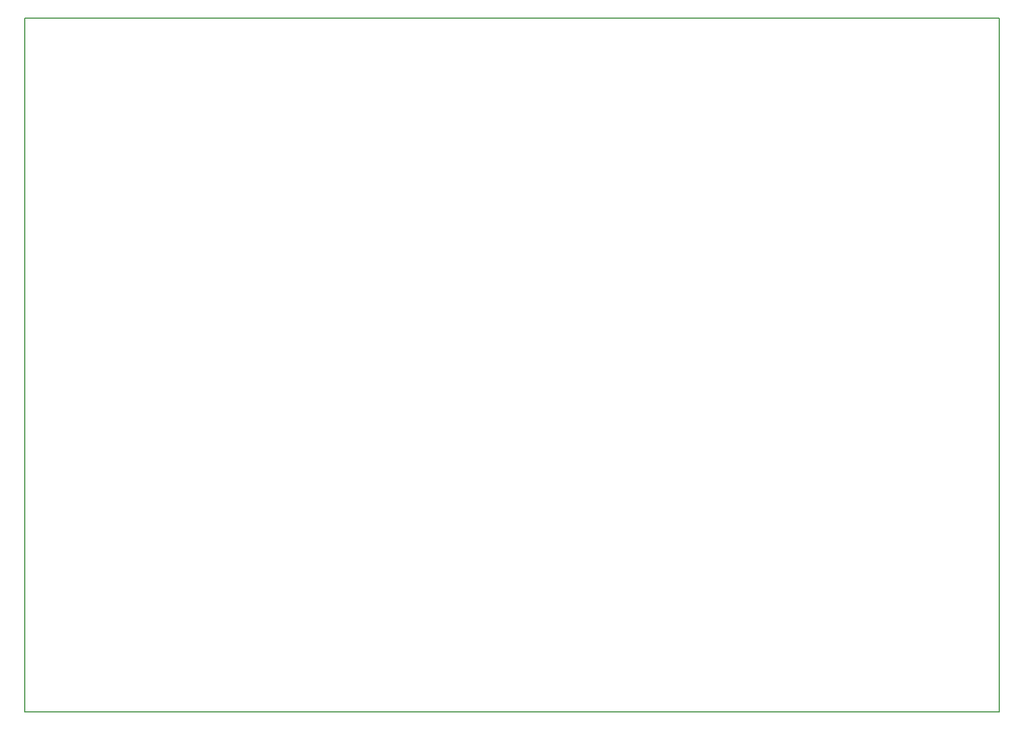
<source format=gbr>
G04 #@! TF.GenerationSoftware,KiCad,Pcbnew,(2016-12-18 revision 3ffa37c)-master*
G04 #@! TF.CreationDate,2017-03-29T20:30:54-07:00*
G04 #@! TF.ProjectId,GameshowV2,47616D6573686F7756322E6B69636164,rev?*
G04 #@! TF.FileFunction,Profile,NP*
%FSLAX46Y46*%
G04 Gerber Fmt 4.6, Leading zero omitted, Abs format (unit mm)*
G04 Created by KiCad (PCBNEW (2016-12-18 revision 3ffa37c)-master) date Wednesday, March 29, 2017 'PMt' 08:30:54 PM*
%MOMM*%
%LPD*%
G01*
G04 APERTURE LIST*
%ADD10C,0.100000*%
%ADD11C,0.150000*%
G04 APERTURE END LIST*
D10*
D11*
X90000000Y-130000000D02*
X90000000Y-23000000D01*
X240000000Y-130000000D02*
X90000000Y-130000000D01*
X240000000Y-23000000D02*
X240000000Y-130000000D01*
X90000000Y-23000000D02*
X240000000Y-23000000D01*
M02*

</source>
